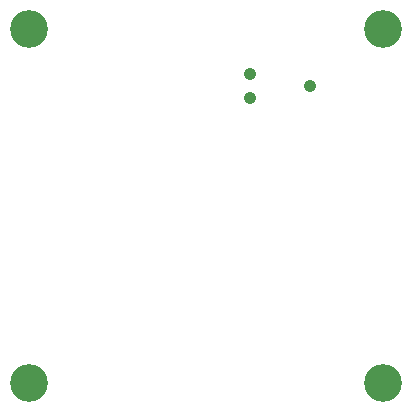
<source format=gbr>
%TF.GenerationSoftware,Altium Limited,Altium Designer,24.6.1 (21)*%
G04 Layer_Color=255*
%FSLAX45Y45*%
%MOMM*%
%TF.SameCoordinates,4B1D9C49-5ED8-45E5-B71D-261F0C762659*%
%TF.FilePolarity,Positive*%
%TF.FileFunction,Pads,Bot*%
%TF.Part,Single*%
G01*
G75*
%TA.AperFunction,ViaPad*%
%ADD41C,3.20000*%
%TA.AperFunction,ComponentPad*%
%ADD42C,1.06700*%
D41*
X8300000Y6300000D02*
D03*
Y9300000D02*
D03*
X11300000D02*
D03*
Y6300000D02*
D03*
D42*
X10171000Y8915100D02*
D03*
Y8711900D02*
D03*
X10679000Y8813500D02*
D03*
%TF.MD5,5377e9bb8eac2c7d6a51e4ad7d35b3b9*%
M02*

</source>
